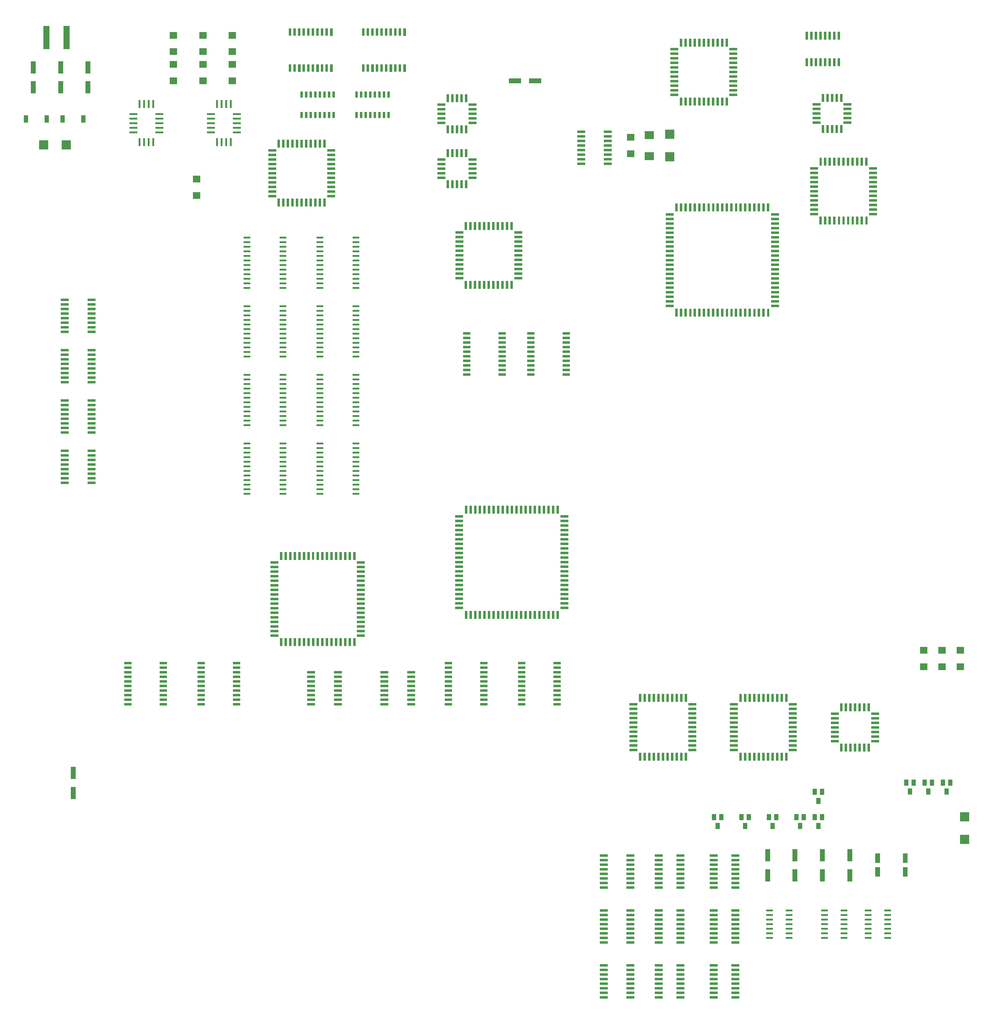
<source format=gbr>
%FSLAX34Y34*%
%MOMM*%
%LNSMDMASK_TOP*%
G71*
G01*
%ADD10R,0.640X2.200*%
%ADD11R,2.200X0.640*%
%ADD12R,0.600X2.200*%
%ADD13R,2.200X0.600*%
%ADD14R,3.400X1.400*%
%ADD15R,1.400X3.400*%
%ADD16R,2.200X0.700*%
%ADD17R,1.950X0.600*%
%ADD18R,1.200X1.700*%
%ADD19R,2.600X2.600*%
%ADD20R,1.300X2.100*%
%ADD21R,2.150X0.700*%
%ADD22R,1.900X0.600*%
%ADD23R,0.700X2.200*%
%ADD24R,0.700X1.800*%
%ADD25R,0.700X2.150*%
%ADD26R,2.150X1.850*%
%ADD27R,1.800X6.500*%
%ADD28R,2.550X2.300*%
%LPD*%
X869950Y-683496D02*
G54D10*
D03*
X882650Y-683496D02*
G54D10*
D03*
X895350Y-683496D02*
G54D10*
D03*
X908050Y-683496D02*
G54D10*
D03*
X920751Y-683496D02*
G54D10*
D03*
X933451Y-683496D02*
G54D10*
D03*
X951745Y-665201D02*
G54D11*
D03*
X951745Y-652500D02*
G54D11*
D03*
X951745Y-639800D02*
G54D11*
D03*
X951745Y-627100D02*
G54D11*
D03*
X951745Y-614400D02*
G54D11*
D03*
X951745Y-601700D02*
G54D11*
D03*
X951745Y-589000D02*
G54D11*
D03*
X951745Y-576300D02*
G54D11*
D03*
X951745Y-563600D02*
G54D11*
D03*
X951745Y-550900D02*
G54D11*
D03*
X951745Y-538200D02*
G54D11*
D03*
X933451Y-519906D02*
G54D10*
D03*
X920751Y-519906D02*
G54D10*
D03*
X908050Y-519906D02*
G54D10*
D03*
X895350Y-519906D02*
G54D10*
D03*
X882650Y-519906D02*
G54D10*
D03*
X869950Y-519906D02*
G54D10*
D03*
X857250Y-519906D02*
G54D10*
D03*
X844550Y-519906D02*
G54D10*
D03*
X831850Y-519906D02*
G54D10*
D03*
X819150Y-519906D02*
G54D10*
D03*
X806450Y-519906D02*
G54D10*
D03*
X788156Y-538200D02*
G54D11*
D03*
X788156Y-550900D02*
G54D11*
D03*
X788156Y-563600D02*
G54D11*
D03*
X788156Y-576300D02*
G54D11*
D03*
X788156Y-589000D02*
G54D11*
D03*
X788156Y-601700D02*
G54D11*
D03*
X788156Y-614400D02*
G54D11*
D03*
X788156Y-627100D02*
G54D11*
D03*
X788156Y-639800D02*
G54D11*
D03*
X788156Y-652500D02*
G54D11*
D03*
X788156Y-665201D02*
G54D11*
D03*
X806450Y-683496D02*
G54D10*
D03*
X819150Y-683496D02*
G54D10*
D03*
X831850Y-683496D02*
G54D10*
D03*
X844550Y-683496D02*
G54D10*
D03*
X857250Y-683496D02*
G54D10*
D03*
X647600Y-409972D02*
G54D12*
D03*
X635000Y-409972D02*
G54D12*
D03*
X618000Y-437572D02*
G54D13*
D03*
X618000Y-450272D02*
G54D13*
D03*
X618000Y-462972D02*
G54D13*
D03*
X618000Y-475672D02*
G54D13*
D03*
X618000Y-488372D02*
G54D13*
D03*
X635000Y-515972D02*
G54D12*
D03*
X647600Y-515972D02*
G54D12*
D03*
X660400Y-515972D02*
G54D12*
D03*
X673000Y-515972D02*
G54D12*
D03*
X690000Y-488372D02*
G54D13*
D03*
X690000Y-475672D02*
G54D13*
D03*
X690000Y-462972D02*
G54D13*
D03*
X690000Y-450272D02*
G54D13*
D03*
X690000Y-437572D02*
G54D13*
D03*
X673000Y-409972D02*
G54D12*
D03*
X660400Y-409972D02*
G54D12*
D03*
X432494Y-409972D02*
G54D12*
D03*
X419894Y-409972D02*
G54D12*
D03*
X402894Y-437572D02*
G54D13*
D03*
X402894Y-450272D02*
G54D13*
D03*
X402894Y-462972D02*
G54D13*
D03*
X402894Y-475672D02*
G54D13*
D03*
X402894Y-488372D02*
G54D13*
D03*
X419894Y-515972D02*
G54D12*
D03*
X432494Y-515972D02*
G54D12*
D03*
X445294Y-515972D02*
G54D12*
D03*
X457894Y-515972D02*
G54D12*
D03*
X474894Y-488372D02*
G54D13*
D03*
X474894Y-475672D02*
G54D13*
D03*
X474894Y-462972D02*
G54D13*
D03*
X474894Y-450272D02*
G54D13*
D03*
X474894Y-437572D02*
G54D13*
D03*
X457894Y-409972D02*
G54D12*
D03*
X445294Y-409972D02*
G54D12*
D03*
X1470858Y-829904D02*
G54D11*
D03*
X1470858Y-817204D02*
G54D11*
D03*
X1470858Y-804504D02*
G54D11*
D03*
X1470858Y-791804D02*
G54D11*
D03*
X1470858Y-779103D02*
G54D11*
D03*
X1470858Y-766403D02*
G54D11*
D03*
X1452563Y-748110D02*
G54D10*
D03*
X1439862Y-748110D02*
G54D10*
D03*
X1427162Y-748110D02*
G54D10*
D03*
X1414462Y-748110D02*
G54D10*
D03*
X1401762Y-748110D02*
G54D10*
D03*
X1389062Y-748110D02*
G54D10*
D03*
X1376362Y-748110D02*
G54D10*
D03*
X1363662Y-748110D02*
G54D10*
D03*
X1350962Y-748110D02*
G54D10*
D03*
X1338262Y-748110D02*
G54D10*
D03*
X1325562Y-748110D02*
G54D10*
D03*
X1307268Y-766403D02*
G54D11*
D03*
X1307268Y-779103D02*
G54D11*
D03*
X1307268Y-791804D02*
G54D11*
D03*
X1307268Y-804504D02*
G54D11*
D03*
X1307268Y-817204D02*
G54D11*
D03*
X1307268Y-829904D02*
G54D11*
D03*
X1307268Y-842604D02*
G54D11*
D03*
X1307268Y-855304D02*
G54D11*
D03*
X1307268Y-868004D02*
G54D11*
D03*
X1307268Y-880704D02*
G54D11*
D03*
X1307268Y-893404D02*
G54D11*
D03*
X1325562Y-911698D02*
G54D10*
D03*
X1338262Y-911698D02*
G54D10*
D03*
X1350962Y-911698D02*
G54D10*
D03*
X1363662Y-911698D02*
G54D10*
D03*
X1376362Y-911698D02*
G54D10*
D03*
X1389062Y-911698D02*
G54D10*
D03*
X1401762Y-911698D02*
G54D10*
D03*
X1414462Y-911698D02*
G54D10*
D03*
X1427162Y-911698D02*
G54D10*
D03*
X1439862Y-911698D02*
G54D10*
D03*
X1452563Y-911698D02*
G54D10*
D03*
X1470858Y-893404D02*
G54D11*
D03*
X1470858Y-880704D02*
G54D11*
D03*
X1470858Y-868004D02*
G54D11*
D03*
X1470858Y-855304D02*
G54D11*
D03*
X1470858Y-842604D02*
G54D11*
D03*
X1985566Y-239315D02*
G54D10*
D03*
X1972867Y-239315D02*
G54D10*
D03*
X1960167Y-239315D02*
G54D10*
D03*
X1947466Y-239315D02*
G54D10*
D03*
X1934766Y-239316D02*
G54D10*
D03*
X1922066Y-239316D02*
G54D10*
D03*
X1903772Y-257610D02*
G54D11*
D03*
X1903772Y-270311D02*
G54D11*
D03*
X1903772Y-283011D02*
G54D11*
D03*
X1903772Y-295711D02*
G54D11*
D03*
X1903772Y-308410D02*
G54D11*
D03*
X1903772Y-321111D02*
G54D11*
D03*
X1903772Y-333811D02*
G54D11*
D03*
X1903772Y-346511D02*
G54D11*
D03*
X1903772Y-359211D02*
G54D11*
D03*
X1903772Y-371911D02*
G54D11*
D03*
X1903772Y-384611D02*
G54D11*
D03*
X1922066Y-402905D02*
G54D10*
D03*
X1934766Y-402904D02*
G54D10*
D03*
X1947466Y-402904D02*
G54D10*
D03*
X1960167Y-402904D02*
G54D10*
D03*
X1972867Y-402904D02*
G54D10*
D03*
X1985566Y-402904D02*
G54D10*
D03*
X1998266Y-402904D02*
G54D10*
D03*
X2010966Y-402904D02*
G54D10*
D03*
X2023666Y-402904D02*
G54D10*
D03*
X2036367Y-402905D02*
G54D10*
D03*
X2049067Y-402904D02*
G54D10*
D03*
X2067360Y-384611D02*
G54D11*
D03*
X2067360Y-371911D02*
G54D11*
D03*
X2067360Y-359211D02*
G54D11*
D03*
X2067360Y-346511D02*
G54D11*
D03*
X2067360Y-333811D02*
G54D11*
D03*
X2067360Y-321111D02*
G54D11*
D03*
X2067360Y-308411D02*
G54D11*
D03*
X2067360Y-295711D02*
G54D11*
D03*
X2067360Y-283011D02*
G54D11*
D03*
X2067360Y-270311D02*
G54D11*
D03*
X2067360Y-257610D02*
G54D11*
D03*
X2049067Y-239316D02*
G54D10*
D03*
X2036366Y-239315D02*
G54D10*
D03*
X2023667Y-239315D02*
G54D10*
D03*
X2010966Y-239315D02*
G54D10*
D03*
X1998266Y-239315D02*
G54D10*
D03*
X2454711Y-651708D02*
G54D11*
D03*
X2454710Y-639008D02*
G54D11*
D03*
X2454710Y-626308D02*
G54D11*
D03*
X2454711Y-613607D02*
G54D11*
D03*
X2454710Y-600907D02*
G54D11*
D03*
X2454710Y-588206D02*
G54D11*
D03*
X2436415Y-569913D02*
G54D10*
D03*
X2423714Y-569913D02*
G54D10*
D03*
X2411015Y-569913D02*
G54D10*
D03*
X2398315Y-569912D02*
G54D10*
D03*
X2385615Y-569912D02*
G54D10*
D03*
X2372915Y-569912D02*
G54D10*
D03*
X2360215Y-569913D02*
G54D10*
D03*
X2347515Y-569913D02*
G54D10*
D03*
X2334815Y-569913D02*
G54D10*
D03*
X2322114Y-569913D02*
G54D10*
D03*
G36*
X2306214Y-558913D02*
X2312614Y-558913D01*
X2312616Y-580913D01*
X2306216Y-580913D01*
X2306214Y-558913D01*
G37*
X2291121Y-588207D02*
G54D11*
D03*
X2291121Y-600906D02*
G54D11*
D03*
X2291121Y-613607D02*
G54D11*
D03*
X2291121Y-626308D02*
G54D11*
D03*
X2291121Y-639008D02*
G54D11*
D03*
X2291121Y-651708D02*
G54D11*
D03*
X2291121Y-664408D02*
G54D11*
D03*
X2291121Y-677108D02*
G54D11*
D03*
X2291121Y-689808D02*
G54D11*
D03*
X2291121Y-702508D02*
G54D11*
D03*
X2291121Y-715208D02*
G54D11*
D03*
X2309415Y-733502D02*
G54D10*
D03*
X2322115Y-733502D02*
G54D10*
D03*
X2334815Y-733502D02*
G54D10*
D03*
X2347514Y-733502D02*
G54D10*
D03*
G36*
X2357013Y-722502D02*
X2363413Y-722502D01*
X2363416Y-744502D01*
X2357016Y-744502D01*
X2357013Y-722502D01*
G37*
G36*
X2369713Y-722502D02*
X2376113Y-722502D01*
X2376116Y-744502D01*
X2369716Y-744502D01*
X2369713Y-722502D01*
G37*
G36*
X2382413Y-722502D02*
X2388813Y-722502D01*
X2388816Y-744502D01*
X2382416Y-744502D01*
X2382413Y-722502D01*
G37*
G36*
X2395113Y-722502D02*
X2401513Y-722502D01*
X2401517Y-744502D01*
X2395117Y-744502D01*
X2395113Y-722502D01*
G37*
X2411015Y-733502D02*
G54D10*
D03*
X2423715Y-733502D02*
G54D10*
D03*
G36*
X2433214Y-722502D02*
X2439614Y-722500D01*
X2439617Y-744500D01*
X2433217Y-744502D01*
X2433214Y-722502D01*
G37*
X2454710Y-715208D02*
G54D11*
D03*
X2454710Y-702508D02*
G54D11*
D03*
X2454711Y-689808D02*
G54D11*
D03*
X2454711Y-677108D02*
G54D11*
D03*
X2454710Y-664408D02*
G54D11*
D03*
X2297906Y-436166D02*
G54D11*
D03*
X2297906Y-448866D02*
G54D11*
D03*
X2297906Y-461566D02*
G54D11*
D03*
X2315506Y-479166D02*
G54D10*
D03*
X2328206Y-479166D02*
G54D10*
D03*
X2340906Y-479166D02*
G54D10*
D03*
X2353606Y-479166D02*
G54D10*
D03*
X2366306Y-479166D02*
G54D10*
D03*
X2383906Y-461566D02*
G54D11*
D03*
X2383906Y-448866D02*
G54D11*
D03*
X2383906Y-436166D02*
G54D11*
D03*
X2383906Y-423466D02*
G54D11*
D03*
X2383906Y-410766D02*
G54D11*
D03*
X2366306Y-393166D02*
G54D10*
D03*
X2353606Y-393166D02*
G54D10*
D03*
X2340906Y-393166D02*
G54D10*
D03*
X2328206Y-393166D02*
G54D10*
D03*
X2315506Y-393166D02*
G54D10*
D03*
X2297906Y-410766D02*
G54D11*
D03*
X2297906Y-423466D02*
G54D11*
D03*
X1300560Y-546100D02*
G54D10*
D03*
X1287860Y-546100D02*
G54D10*
D03*
X1275160Y-546100D02*
G54D10*
D03*
X1257560Y-563700D02*
G54D11*
D03*
X1257560Y-576400D02*
G54D11*
D03*
X1257560Y-589100D02*
G54D11*
D03*
X1257560Y-601800D02*
G54D11*
D03*
X1257560Y-614500D02*
G54D11*
D03*
X1275160Y-632100D02*
G54D10*
D03*
X1287860Y-632100D02*
G54D10*
D03*
X1300560Y-632100D02*
G54D10*
D03*
X1313260Y-632100D02*
G54D10*
D03*
X1325960Y-632100D02*
G54D10*
D03*
X1343560Y-614500D02*
G54D11*
D03*
X1343560Y-601800D02*
G54D11*
D03*
X1343560Y-589100D02*
G54D11*
D03*
X1343560Y-576400D02*
G54D11*
D03*
X1343560Y-563700D02*
G54D11*
D03*
X1325960Y-546100D02*
G54D10*
D03*
X1313260Y-546100D02*
G54D10*
D03*
X1300560Y-393700D02*
G54D10*
D03*
X1287860Y-393700D02*
G54D10*
D03*
X1275160Y-393700D02*
G54D10*
D03*
X1257560Y-411300D02*
G54D11*
D03*
X1257560Y-424000D02*
G54D11*
D03*
X1257560Y-436700D02*
G54D11*
D03*
X1257560Y-449400D02*
G54D11*
D03*
X1257560Y-462100D02*
G54D11*
D03*
X1275160Y-479700D02*
G54D10*
D03*
X1287860Y-479700D02*
G54D10*
D03*
X1300560Y-479700D02*
G54D10*
D03*
X1313260Y-479700D02*
G54D10*
D03*
X1325960Y-479700D02*
G54D10*
D03*
X1343560Y-462100D02*
G54D11*
D03*
X1343560Y-449400D02*
G54D11*
D03*
X1343560Y-436700D02*
G54D11*
D03*
X1343560Y-424000D02*
G54D11*
D03*
X1343560Y-411300D02*
G54D11*
D03*
X1325960Y-393700D02*
G54D10*
D03*
X1313260Y-393700D02*
G54D10*
D03*
X1872061Y-2057797D02*
G54D10*
D03*
X1859361Y-2057797D02*
G54D10*
D03*
X1846660Y-2057797D02*
G54D10*
D03*
X1833960Y-2057797D02*
G54D10*
D03*
X1821259Y-2057797D02*
G54D10*
D03*
X1808559Y-2057797D02*
G54D10*
D03*
X1790266Y-2076092D02*
G54D11*
D03*
X1790266Y-2088793D02*
G54D11*
D03*
X1790266Y-2101492D02*
G54D11*
D03*
X1790266Y-2114192D02*
G54D11*
D03*
X1790266Y-2126892D02*
G54D11*
D03*
X1790266Y-2139592D02*
G54D11*
D03*
X1790266Y-2152292D02*
G54D11*
D03*
X1790266Y-2164992D02*
G54D11*
D03*
X1790266Y-2177692D02*
G54D11*
D03*
X1790266Y-2190392D02*
G54D11*
D03*
X1790266Y-2203092D02*
G54D11*
D03*
X1808560Y-2221386D02*
G54D10*
D03*
X1821259Y-2221386D02*
G54D10*
D03*
X1833960Y-2221386D02*
G54D10*
D03*
X1846660Y-2221386D02*
G54D10*
D03*
X1859360Y-2221386D02*
G54D10*
D03*
X1872061Y-2221386D02*
G54D10*
D03*
X1884761Y-2221386D02*
G54D10*
D03*
X1897461Y-2221386D02*
G54D10*
D03*
X1910160Y-2221386D02*
G54D10*
D03*
X1922861Y-2221386D02*
G54D10*
D03*
X1935561Y-2221386D02*
G54D10*
D03*
X1953854Y-2203092D02*
G54D11*
D03*
X1953854Y-2190392D02*
G54D11*
D03*
X1953854Y-2177692D02*
G54D11*
D03*
X1953854Y-2164992D02*
G54D11*
D03*
X1953854Y-2152292D02*
G54D11*
D03*
X1953854Y-2139592D02*
G54D11*
D03*
X1953854Y-2126892D02*
G54D11*
D03*
X1953854Y-2114192D02*
G54D11*
D03*
X1953854Y-2101492D02*
G54D11*
D03*
X1953854Y-2088793D02*
G54D11*
D03*
X1953854Y-2076092D02*
G54D11*
D03*
X1935560Y-2057797D02*
G54D10*
D03*
X1922860Y-2057797D02*
G54D10*
D03*
X1910160Y-2057797D02*
G54D10*
D03*
X1897460Y-2057797D02*
G54D10*
D03*
X1884760Y-2057797D02*
G54D10*
D03*
X2150666Y-2057797D02*
G54D10*
D03*
X2137967Y-2057797D02*
G54D10*
D03*
X2125266Y-2057797D02*
G54D10*
D03*
X2112566Y-2057796D02*
G54D10*
D03*
X2099865Y-2057797D02*
G54D10*
D03*
X2087166Y-2057797D02*
G54D10*
D03*
X2068872Y-2076092D02*
G54D11*
D03*
X2068872Y-2088791D02*
G54D11*
D03*
X2068872Y-2101492D02*
G54D11*
D03*
X2068872Y-2114192D02*
G54D11*
D03*
X2068872Y-2126892D02*
G54D11*
D03*
X2068872Y-2139592D02*
G54D11*
D03*
X2068872Y-2152292D02*
G54D11*
D03*
X2068872Y-2164992D02*
G54D11*
D03*
X2068872Y-2177692D02*
G54D11*
D03*
X2068872Y-2190392D02*
G54D11*
D03*
X2068872Y-2203092D02*
G54D11*
D03*
X2087166Y-2221386D02*
G54D10*
D03*
X2099865Y-2221386D02*
G54D10*
D03*
X2112566Y-2221386D02*
G54D10*
D03*
X2125267Y-2221386D02*
G54D10*
D03*
X2137967Y-2221386D02*
G54D10*
D03*
X2150667Y-2221386D02*
G54D10*
D03*
X2163367Y-2221386D02*
G54D10*
D03*
X2176067Y-2221386D02*
G54D10*
D03*
X2188766Y-2221386D02*
G54D10*
D03*
X2201467Y-2221386D02*
G54D10*
D03*
X2214168Y-2221386D02*
G54D10*
D03*
X2232462Y-2203092D02*
G54D11*
D03*
X2232462Y-2190392D02*
G54D11*
D03*
X2232463Y-2177692D02*
G54D11*
D03*
X2232462Y-2164992D02*
G54D11*
D03*
X2232462Y-2152292D02*
G54D11*
D03*
X2232462Y-2139592D02*
G54D11*
D03*
X2232462Y-2126892D02*
G54D11*
D03*
X2232462Y-2114192D02*
G54D11*
D03*
X2232462Y-2101492D02*
G54D11*
D03*
X2232462Y-2088791D02*
G54D11*
D03*
X2232462Y-2076092D02*
G54D11*
D03*
X2214167Y-2057797D02*
G54D10*
D03*
X2201466Y-2057797D02*
G54D10*
D03*
X2188766Y-2057797D02*
G54D10*
D03*
X2176067Y-2057797D02*
G54D10*
D03*
X2163366Y-2057797D02*
G54D10*
D03*
X2404666Y-2084386D02*
G54D10*
D03*
X2391966Y-2084386D02*
G54D10*
D03*
X2379266Y-2084386D02*
G54D10*
D03*
X2366566Y-2084386D02*
G54D10*
D03*
X2348666Y-2102285D02*
G54D11*
D03*
X2348666Y-2114985D02*
G54D11*
D03*
X2348666Y-2127685D02*
G54D11*
D03*
X2348666Y-2140385D02*
G54D11*
D03*
X2348666Y-2153085D02*
G54D11*
D03*
X2348666Y-2165785D02*
G54D11*
D03*
X2348666Y-2178485D02*
G54D11*
D03*
X2366566Y-2196385D02*
G54D10*
D03*
X2379266Y-2196385D02*
G54D10*
D03*
X2391966Y-2196385D02*
G54D10*
D03*
X2404666Y-2196385D02*
G54D10*
D03*
X2417366Y-2196385D02*
G54D10*
D03*
X2430066Y-2196385D02*
G54D10*
D03*
X2442766Y-2196385D02*
G54D10*
D03*
X2460666Y-2178485D02*
G54D11*
D03*
X2460666Y-2165785D02*
G54D11*
D03*
X2460666Y-2153085D02*
G54D11*
D03*
X2460666Y-2140385D02*
G54D11*
D03*
X2460666Y-2127685D02*
G54D11*
D03*
X2460666Y-2114985D02*
G54D11*
D03*
X2460666Y-2102285D02*
G54D11*
D03*
X2442766Y-2084386D02*
G54D10*
D03*
X2430066Y-2084386D02*
G54D10*
D03*
X2417366Y-2084386D02*
G54D10*
D03*
X1452960Y-1827890D02*
G54D10*
D03*
X1465660Y-1827890D02*
G54D10*
D03*
X1478360Y-1827890D02*
G54D10*
D03*
X1491060Y-1827890D02*
G54D10*
D03*
X1503760Y-1827890D02*
G54D10*
D03*
X1516460Y-1827890D02*
G54D10*
D03*
X1529160Y-1827890D02*
G54D10*
D03*
X1541860Y-1827890D02*
G54D10*
D03*
X1554560Y-1827890D02*
G54D10*
D03*
X1567260Y-1827890D02*
G54D10*
D03*
X1579960Y-1827890D02*
G54D10*
D03*
X1599150Y-1808700D02*
G54D11*
D03*
X1599150Y-1796000D02*
G54D11*
D03*
X1599150Y-1783300D02*
G54D11*
D03*
X1599150Y-1770600D02*
G54D11*
D03*
X1599150Y-1757900D02*
G54D11*
D03*
X1599150Y-1745200D02*
G54D11*
D03*
X1599150Y-1732500D02*
G54D11*
D03*
X1599150Y-1719800D02*
G54D11*
D03*
X1599150Y-1707100D02*
G54D11*
D03*
X1599150Y-1694400D02*
G54D11*
D03*
X1599150Y-1681700D02*
G54D11*
D03*
X1599150Y-1669000D02*
G54D11*
D03*
X1599150Y-1656300D02*
G54D11*
D03*
X1599150Y-1643600D02*
G54D11*
D03*
X1599150Y-1630900D02*
G54D11*
D03*
X1599150Y-1618200D02*
G54D11*
D03*
X1599150Y-1605500D02*
G54D11*
D03*
X1599150Y-1592800D02*
G54D11*
D03*
X1599150Y-1580100D02*
G54D11*
D03*
X1599150Y-1567400D02*
G54D11*
D03*
X1599150Y-1554700D02*
G54D11*
D03*
X1579960Y-1535509D02*
G54D10*
D03*
X1567260Y-1535509D02*
G54D10*
D03*
G36*
X1551358Y-1524510D02*
X1557758Y-1524508D01*
X1557762Y-1546508D01*
X1551362Y-1546510D01*
X1551358Y-1524510D01*
G37*
G36*
X1538658Y-1524510D02*
X1545058Y-1524508D01*
X1545062Y-1546508D01*
X1538662Y-1546510D01*
X1538658Y-1524510D01*
G37*
X1529160Y-1535509D02*
G54D10*
D03*
X1516460Y-1535509D02*
G54D10*
D03*
X1503760Y-1535509D02*
G54D10*
D03*
X1491060Y-1535509D02*
G54D10*
D03*
X1478360Y-1535509D02*
G54D10*
D03*
X1465660Y-1535509D02*
G54D10*
D03*
X1452960Y-1535509D02*
G54D10*
D03*
G36*
X1437058Y-1524510D02*
X1443458Y-1524508D01*
X1443462Y-1546508D01*
X1437062Y-1546510D01*
X1437058Y-1524510D01*
G37*
X1427560Y-1535509D02*
G54D10*
D03*
X1414860Y-1535509D02*
G54D10*
D03*
X1402160Y-1535509D02*
G54D10*
D03*
X1389460Y-1535509D02*
G54D10*
D03*
X1376760Y-1535509D02*
G54D10*
D03*
X1364060Y-1535509D02*
G54D10*
D03*
X1351360Y-1535509D02*
G54D10*
D03*
X1338660Y-1535509D02*
G54D10*
D03*
X1325960Y-1535509D02*
G54D10*
D03*
X1306769Y-1554700D02*
G54D11*
D03*
X1306769Y-1567400D02*
G54D11*
D03*
X1306769Y-1580100D02*
G54D11*
D03*
X1306769Y-1592800D02*
G54D11*
D03*
X1306769Y-1605500D02*
G54D11*
D03*
X1306769Y-1618200D02*
G54D11*
D03*
X1306769Y-1630900D02*
G54D11*
D03*
X1306769Y-1643600D02*
G54D11*
D03*
X1306769Y-1656300D02*
G54D11*
D03*
X1306769Y-1669000D02*
G54D11*
D03*
X1306769Y-1681700D02*
G54D11*
D03*
X1306769Y-1694400D02*
G54D11*
D03*
X1306769Y-1707100D02*
G54D11*
D03*
X1306769Y-1719800D02*
G54D11*
D03*
X1306769Y-1732500D02*
G54D11*
D03*
X1306769Y-1745200D02*
G54D11*
D03*
X1306769Y-1757900D02*
G54D11*
D03*
X1306769Y-1770600D02*
G54D11*
D03*
X1306769Y-1783300D02*
G54D11*
D03*
X1306769Y-1796000D02*
G54D11*
D03*
X1306769Y-1808700D02*
G54D11*
D03*
X1325960Y-1827890D02*
G54D10*
D03*
X1338660Y-1827890D02*
G54D10*
D03*
X1351360Y-1827890D02*
G54D10*
D03*
X1364060Y-1827890D02*
G54D10*
D03*
G36*
X1373558Y-1816890D02*
X1379958Y-1816890D01*
X1379961Y-1838890D01*
X1373561Y-1838890D01*
X1373558Y-1816890D01*
G37*
G36*
X1386258Y-1816890D02*
X1392658Y-1816890D01*
X1392662Y-1838890D01*
X1386262Y-1838890D01*
X1386258Y-1816890D01*
G37*
X1402160Y-1827890D02*
G54D10*
D03*
X1414860Y-1827890D02*
G54D10*
D03*
X1427560Y-1827890D02*
G54D10*
D03*
X1440260Y-1827890D02*
G54D10*
D03*
X2182954Y-843103D02*
G54D11*
D03*
X2182954Y-830403D02*
G54D11*
D03*
X2182954Y-817702D02*
G54D11*
D03*
X2182954Y-805002D02*
G54D11*
D03*
X2182954Y-792302D02*
G54D11*
D03*
X2182954Y-779602D02*
G54D11*
D03*
X2182954Y-766902D02*
G54D11*
D03*
X2182954Y-754202D02*
G54D11*
D03*
X2182954Y-741502D02*
G54D11*
D03*
X2182954Y-728802D02*
G54D11*
D03*
X2182954Y-716102D02*
G54D11*
D03*
X2163764Y-696912D02*
G54D10*
D03*
X2151064Y-696912D02*
G54D10*
D03*
X2138364Y-696912D02*
G54D10*
D03*
X2125664Y-696912D02*
G54D10*
D03*
X2112964Y-696912D02*
G54D10*
D03*
X2100264Y-696912D02*
G54D10*
D03*
X2087564Y-696912D02*
G54D10*
D03*
G36*
X2071663Y-685912D02*
X2078063Y-685912D01*
X2078065Y-707912D01*
X2071665Y-707912D01*
X2071663Y-685912D01*
G37*
X2062164Y-696912D02*
G54D10*
D03*
X2049464Y-696912D02*
G54D10*
D03*
X2036764Y-696911D02*
G54D10*
D03*
X2024064Y-696911D02*
G54D10*
D03*
G36*
X2008163Y-685912D02*
X2014563Y-685912D01*
X2014565Y-707912D01*
X2008165Y-707912D01*
X2008163Y-685912D01*
G37*
G36*
X1995463Y-685912D02*
X2001863Y-685912D01*
X2001865Y-707912D01*
X1995465Y-707912D01*
X1995463Y-685912D01*
G37*
X1985964Y-696911D02*
G54D10*
D03*
X1973264Y-696912D02*
G54D10*
D03*
X1960564Y-696912D02*
G54D10*
D03*
X1947864Y-696912D02*
G54D10*
D03*
X1935164Y-696912D02*
G54D10*
D03*
X1922464Y-696912D02*
G54D10*
D03*
X1909764Y-696912D02*
G54D10*
D03*
X1890574Y-716102D02*
G54D11*
D03*
X1890574Y-728802D02*
G54D11*
D03*
X1890574Y-741502D02*
G54D11*
D03*
X1890574Y-754201D02*
G54D11*
D03*
X1890574Y-766902D02*
G54D11*
D03*
X1890574Y-779602D02*
G54D11*
D03*
X1890574Y-792302D02*
G54D11*
D03*
X1890574Y-805002D02*
G54D11*
D03*
X1890574Y-817702D02*
G54D11*
D03*
X1890574Y-830403D02*
G54D11*
D03*
X1890574Y-843103D02*
G54D11*
D03*
X1890574Y-855803D02*
G54D11*
D03*
X1890574Y-868503D02*
G54D11*
D03*
X1890574Y-881203D02*
G54D11*
D03*
X1890574Y-893904D02*
G54D11*
D03*
X1890574Y-906604D02*
G54D11*
D03*
X1890574Y-919303D02*
G54D11*
D03*
X1890574Y-932004D02*
G54D11*
D03*
X1890574Y-944704D02*
G54D11*
D03*
X1890574Y-957404D02*
G54D11*
D03*
X1890574Y-970104D02*
G54D11*
D03*
X1909764Y-989295D02*
G54D10*
D03*
X1922464Y-989295D02*
G54D10*
D03*
X1935164Y-989295D02*
G54D10*
D03*
G36*
X1944662Y-978296D02*
X1951062Y-978294D01*
X1951066Y-1000294D01*
X1944666Y-1000296D01*
X1944662Y-978296D01*
G37*
X1960564Y-989295D02*
G54D10*
D03*
X1973264Y-989295D02*
G54D10*
D03*
X1985964Y-989295D02*
G54D10*
D03*
X1998664Y-989294D02*
G54D10*
D03*
X2011364Y-989294D02*
G54D10*
D03*
X2024064Y-989294D02*
G54D10*
D03*
X2036764Y-989294D02*
G54D10*
D03*
G36*
X2046262Y-978296D02*
X2052662Y-978294D01*
X2052666Y-1000294D01*
X2046266Y-1000296D01*
X2046262Y-978296D01*
G37*
G36*
X2058962Y-978296D02*
X2065362Y-978294D01*
X2065366Y-1000294D01*
X2058966Y-1000296D01*
X2058962Y-978296D01*
G37*
X2074864Y-989295D02*
G54D10*
D03*
X2087564Y-989295D02*
G54D10*
D03*
X2100264Y-989295D02*
G54D10*
D03*
X2112964Y-989295D02*
G54D10*
D03*
G36*
X2122462Y-978296D02*
X2128862Y-978294D01*
X2128866Y-1000294D01*
X2122466Y-1000296D01*
X2122462Y-978296D01*
G37*
X2138364Y-989295D02*
G54D10*
D03*
X2151064Y-989295D02*
G54D10*
D03*
G36*
X2160562Y-978296D02*
X2166962Y-978294D01*
X2166965Y-1000294D01*
X2160565Y-1000296D01*
X2160562Y-978296D01*
G37*
X2182954Y-970104D02*
G54D11*
D03*
X2182954Y-957403D02*
G54D11*
D03*
X2182954Y-944704D02*
G54D11*
D03*
X2182954Y-932004D02*
G54D11*
D03*
X2182954Y-919303D02*
G54D11*
D03*
X2182954Y-906604D02*
G54D11*
D03*
X2182954Y-893903D02*
G54D11*
D03*
X2182954Y-881203D02*
G54D11*
D03*
X2182954Y-868503D02*
G54D11*
D03*
X2182954Y-855803D02*
G54D11*
D03*
X1034194Y-1783891D02*
G54D11*
D03*
X1034194Y-1771191D02*
G54D11*
D03*
X1034194Y-1758492D02*
G54D11*
D03*
X1034194Y-1745791D02*
G54D11*
D03*
X1034194Y-1733091D02*
G54D11*
D03*
X1034194Y-1720391D02*
G54D11*
D03*
X1034194Y-1707691D02*
G54D11*
D03*
X1034194Y-1694991D02*
G54D11*
D03*
X1034194Y-1682291D02*
G54D11*
D03*
X1016000Y-1664098D02*
G54D10*
D03*
X1003300Y-1664098D02*
G54D10*
D03*
X990600Y-1664098D02*
G54D10*
D03*
X977900Y-1664098D02*
G54D10*
D03*
X965200Y-1664098D02*
G54D10*
D03*
X952500Y-1664098D02*
G54D10*
D03*
X939800Y-1664098D02*
G54D10*
D03*
X927100Y-1664098D02*
G54D10*
D03*
X914400Y-1664098D02*
G54D10*
D03*
G36*
X898498Y-1653098D02*
X904898Y-1653098D01*
X904901Y-1675098D01*
X898502Y-1675098D01*
X898498Y-1653098D01*
G37*
X889000Y-1664098D02*
G54D10*
D03*
X876300Y-1664098D02*
G54D10*
D03*
X863600Y-1664098D02*
G54D10*
D03*
X850900Y-1664098D02*
G54D10*
D03*
X838200Y-1664098D02*
G54D10*
D03*
X825500Y-1664098D02*
G54D10*
D03*
X812800Y-1664098D02*
G54D10*
D03*
X794606Y-1682291D02*
G54D11*
D03*
X794606Y-1694991D02*
G54D11*
D03*
X794606Y-1707691D02*
G54D11*
D03*
X794606Y-1720391D02*
G54D11*
D03*
X794606Y-1733091D02*
G54D11*
D03*
X794606Y-1745791D02*
G54D11*
D03*
X794606Y-1758491D02*
G54D11*
D03*
X794606Y-1771191D02*
G54D11*
D03*
X794606Y-1783891D02*
G54D11*
D03*
X794606Y-1796591D02*
G54D11*
D03*
X794606Y-1809292D02*
G54D11*
D03*
X794606Y-1821991D02*
G54D11*
D03*
X794606Y-1834691D02*
G54D11*
D03*
X794606Y-1847391D02*
G54D11*
D03*
X794606Y-1860091D02*
G54D11*
D03*
X794606Y-1872791D02*
G54D11*
D03*
X794606Y-1885491D02*
G54D11*
D03*
X812800Y-1903685D02*
G54D10*
D03*
X825500Y-1903685D02*
G54D10*
D03*
X838200Y-1903685D02*
G54D10*
D03*
X850900Y-1903685D02*
G54D10*
D03*
X863600Y-1903685D02*
G54D10*
D03*
X876300Y-1903685D02*
G54D10*
D03*
X889000Y-1903685D02*
G54D10*
D03*
X901700Y-1903685D02*
G54D10*
D03*
X914400Y-1903685D02*
G54D10*
D03*
X927100Y-1903685D02*
G54D10*
D03*
X939800Y-1903685D02*
G54D10*
D03*
X952500Y-1903685D02*
G54D10*
D03*
X965200Y-1903685D02*
G54D10*
D03*
X977900Y-1903685D02*
G54D10*
D03*
X990600Y-1903685D02*
G54D10*
D03*
X1003300Y-1903685D02*
G54D10*
D03*
X1016000Y-1903685D02*
G54D10*
D03*
X1034194Y-1885492D02*
G54D11*
D03*
X1034194Y-1872792D02*
G54D11*
D03*
X1034194Y-1860091D02*
G54D11*
D03*
X1034194Y-1847392D02*
G54D11*
D03*
X1034194Y-1834691D02*
G54D11*
D03*
X1034194Y-1821991D02*
G54D11*
D03*
X1034194Y-1809291D02*
G54D11*
D03*
X1034194Y-1796591D02*
G54D11*
D03*
X1461959Y-344996D02*
G54D14*
D03*
X1517521Y-344996D02*
G54D14*
D03*
X277104Y-307790D02*
G54D15*
D03*
X277104Y-363352D02*
G54D15*
D03*
X201698Y-307790D02*
G54D15*
D03*
X201698Y-363352D02*
G54D15*
D03*
X125498Y-307790D02*
G54D15*
D03*
X125498Y-363352D02*
G54D15*
D03*
X1707753Y-2495550D02*
G54D16*
D03*
X1707753Y-2508250D02*
G54D16*
D03*
X1707753Y-2520950D02*
G54D16*
D03*
X1707753Y-2533650D02*
G54D16*
D03*
X1707753Y-2546350D02*
G54D16*
D03*
X1707753Y-2559050D02*
G54D16*
D03*
X1707753Y-2571750D02*
G54D16*
D03*
X1707753Y-2584450D02*
G54D16*
D03*
X1781753Y-2584450D02*
G54D16*
D03*
X1781753Y-2571750D02*
G54D16*
D03*
X1781753Y-2559050D02*
G54D16*
D03*
X1781753Y-2546350D02*
G54D16*
D03*
X1781753Y-2533650D02*
G54D16*
D03*
X1781753Y-2520950D02*
G54D16*
D03*
X1781753Y-2508250D02*
G54D16*
D03*
X1781753Y-2495550D02*
G54D16*
D03*
X1860153Y-2495550D02*
G54D16*
D03*
X1860153Y-2508250D02*
G54D16*
D03*
X1860153Y-2520950D02*
G54D16*
D03*
X1860153Y-2533650D02*
G54D16*
D03*
X1860153Y-2546350D02*
G54D16*
D03*
X1860153Y-2559050D02*
G54D16*
D03*
X1860153Y-2571750D02*
G54D16*
D03*
X1860153Y-2584450D02*
G54D16*
D03*
X1920659Y-2584450D02*
G54D16*
D03*
X1920659Y-2571750D02*
G54D16*
D03*
X1920659Y-2559050D02*
G54D16*
D03*
X1920659Y-2546350D02*
G54D16*
D03*
X1920659Y-2533650D02*
G54D16*
D03*
X1920659Y-2520950D02*
G54D16*
D03*
X1920659Y-2508250D02*
G54D16*
D03*
X1920659Y-2495550D02*
G54D16*
D03*
X2012553Y-2495550D02*
G54D16*
D03*
X2012553Y-2508250D02*
G54D16*
D03*
X2012553Y-2520950D02*
G54D16*
D03*
X2012553Y-2533650D02*
G54D16*
D03*
X2012553Y-2546350D02*
G54D16*
D03*
X2012553Y-2559050D02*
G54D16*
D03*
X2012553Y-2571750D02*
G54D16*
D03*
X2012553Y-2584450D02*
G54D16*
D03*
X2073059Y-2584450D02*
G54D16*
D03*
X2073059Y-2571750D02*
G54D16*
D03*
X2073059Y-2559050D02*
G54D16*
D03*
X2073059Y-2546350D02*
G54D16*
D03*
X2073059Y-2533650D02*
G54D16*
D03*
X2073059Y-2520950D02*
G54D16*
D03*
X2073059Y-2508250D02*
G54D16*
D03*
X2073059Y-2495550D02*
G54D16*
D03*
X1707753Y-2648347D02*
G54D16*
D03*
X1707753Y-2661047D02*
G54D16*
D03*
X1707753Y-2673747D02*
G54D16*
D03*
X1707753Y-2686447D02*
G54D16*
D03*
X1707753Y-2699147D02*
G54D16*
D03*
X1707753Y-2711847D02*
G54D16*
D03*
X1707753Y-2724547D02*
G54D16*
D03*
X1707753Y-2737247D02*
G54D16*
D03*
X1781753Y-2737247D02*
G54D16*
D03*
X1781753Y-2724547D02*
G54D16*
D03*
X1781753Y-2711847D02*
G54D16*
D03*
X1781753Y-2699147D02*
G54D16*
D03*
X1781753Y-2686447D02*
G54D16*
D03*
X1781753Y-2673747D02*
G54D16*
D03*
X1781753Y-2661047D02*
G54D16*
D03*
X1781753Y-2648347D02*
G54D16*
D03*
X1860153Y-2648347D02*
G54D16*
D03*
X1860153Y-2661047D02*
G54D16*
D03*
X1860153Y-2673747D02*
G54D16*
D03*
X1860153Y-2686447D02*
G54D16*
D03*
X1860153Y-2699147D02*
G54D16*
D03*
X1860153Y-2711847D02*
G54D16*
D03*
X1860153Y-2724547D02*
G54D16*
D03*
X1860153Y-2737247D02*
G54D16*
D03*
X1920659Y-2737247D02*
G54D16*
D03*
X1920659Y-2724547D02*
G54D16*
D03*
X1920659Y-2711847D02*
G54D16*
D03*
X1920659Y-2699147D02*
G54D16*
D03*
X1920659Y-2686447D02*
G54D16*
D03*
X1920659Y-2673747D02*
G54D16*
D03*
X1920659Y-2661047D02*
G54D16*
D03*
X1920659Y-2648347D02*
G54D16*
D03*
X2012553Y-2648347D02*
G54D16*
D03*
X2012553Y-2661047D02*
G54D16*
D03*
X2012553Y-2673747D02*
G54D16*
D03*
X2012553Y-2686447D02*
G54D16*
D03*
X2012553Y-2699147D02*
G54D16*
D03*
X2012553Y-2711847D02*
G54D16*
D03*
X2012553Y-2724547D02*
G54D16*
D03*
X2012553Y-2737247D02*
G54D16*
D03*
X2073059Y-2737247D02*
G54D16*
D03*
X2073059Y-2724547D02*
G54D16*
D03*
X2073059Y-2711847D02*
G54D16*
D03*
X2073059Y-2699147D02*
G54D16*
D03*
X2073059Y-2686447D02*
G54D16*
D03*
X2073059Y-2673747D02*
G54D16*
D03*
X2073059Y-2661047D02*
G54D16*
D03*
X2073059Y-2648347D02*
G54D16*
D03*
X1707753Y-2800747D02*
G54D16*
D03*
X1707753Y-2813447D02*
G54D16*
D03*
X1707753Y-2826147D02*
G54D16*
D03*
X1707753Y-2838847D02*
G54D16*
D03*
X1707753Y-2851547D02*
G54D16*
D03*
X1707753Y-2864247D02*
G54D16*
D03*
X1707753Y-2876947D02*
G54D16*
D03*
X1707753Y-2889647D02*
G54D16*
D03*
X1781753Y-2889647D02*
G54D16*
D03*
X1781753Y-2876947D02*
G54D16*
D03*
X1781753Y-2864247D02*
G54D16*
D03*
X1781753Y-2851547D02*
G54D16*
D03*
X1781753Y-2838847D02*
G54D16*
D03*
X1781753Y-2826147D02*
G54D16*
D03*
X1781753Y-2813447D02*
G54D16*
D03*
X1781753Y-2800747D02*
G54D16*
D03*
X1860153Y-2800747D02*
G54D16*
D03*
X1860153Y-2813447D02*
G54D16*
D03*
X1860153Y-2826147D02*
G54D16*
D03*
X1860153Y-2838847D02*
G54D16*
D03*
X1860153Y-2851547D02*
G54D16*
D03*
X1860153Y-2864247D02*
G54D16*
D03*
X1860153Y-2876947D02*
G54D16*
D03*
X1860153Y-2889647D02*
G54D16*
D03*
X1920660Y-2889647D02*
G54D16*
D03*
X1920660Y-2876947D02*
G54D16*
D03*
X1920660Y-2864247D02*
G54D16*
D03*
X1920660Y-2851547D02*
G54D16*
D03*
X1920660Y-2838847D02*
G54D16*
D03*
X1920660Y-2826147D02*
G54D16*
D03*
X1920660Y-2813447D02*
G54D16*
D03*
X1920660Y-2800747D02*
G54D16*
D03*
X2012556Y-2800747D02*
G54D16*
D03*
X2012556Y-2813447D02*
G54D16*
D03*
X2012556Y-2826147D02*
G54D16*
D03*
X2012556Y-2838847D02*
G54D16*
D03*
X2012556Y-2851547D02*
G54D16*
D03*
X2012556Y-2864247D02*
G54D16*
D03*
X2012556Y-2876947D02*
G54D16*
D03*
X2012556Y-2889647D02*
G54D16*
D03*
X2073062Y-2889647D02*
G54D16*
D03*
X2073062Y-2876947D02*
G54D16*
D03*
X2073062Y-2864247D02*
G54D16*
D03*
X2073062Y-2851547D02*
G54D16*
D03*
X2073062Y-2838847D02*
G54D16*
D03*
X2073062Y-2826147D02*
G54D16*
D03*
X2073062Y-2813447D02*
G54D16*
D03*
X2073062Y-2800747D02*
G54D16*
D03*
X2167934Y-2648347D02*
G54D17*
D03*
X2167934Y-2661047D02*
G54D17*
D03*
X2167934Y-2673747D02*
G54D17*
D03*
X2167934Y-2686447D02*
G54D17*
D03*
X2167934Y-2699147D02*
G54D17*
D03*
X2167934Y-2711847D02*
G54D17*
D03*
X2167934Y-2724547D02*
G54D17*
D03*
X2221942Y-2724547D02*
G54D17*
D03*
X2221942Y-2711847D02*
G54D17*
D03*
X2221942Y-2699147D02*
G54D17*
D03*
X2221942Y-2686447D02*
G54D17*
D03*
X2221942Y-2673747D02*
G54D17*
D03*
X2221942Y-2661047D02*
G54D17*
D03*
X2221942Y-2648347D02*
G54D17*
D03*
X2320334Y-2648347D02*
G54D17*
D03*
X2320334Y-2661047D02*
G54D17*
D03*
X2320334Y-2673747D02*
G54D17*
D03*
X2320334Y-2686447D02*
G54D17*
D03*
X2320334Y-2699147D02*
G54D17*
D03*
X2320334Y-2711847D02*
G54D17*
D03*
X2320334Y-2724547D02*
G54D17*
D03*
X2374342Y-2724547D02*
G54D17*
D03*
X2374342Y-2711847D02*
G54D17*
D03*
X2374342Y-2699147D02*
G54D17*
D03*
X2374342Y-2686447D02*
G54D17*
D03*
X2374342Y-2673747D02*
G54D17*
D03*
X2374342Y-2661047D02*
G54D17*
D03*
X2374342Y-2648347D02*
G54D17*
D03*
X2440984Y-2648347D02*
G54D17*
D03*
X2440984Y-2661047D02*
G54D17*
D03*
X2440984Y-2673747D02*
G54D17*
D03*
X2440984Y-2686447D02*
G54D17*
D03*
X2440984Y-2699147D02*
G54D17*
D03*
X2440984Y-2711847D02*
G54D17*
D03*
X2440984Y-2724547D02*
G54D17*
D03*
X2494992Y-2724547D02*
G54D17*
D03*
X2494992Y-2711847D02*
G54D17*
D03*
X2494992Y-2699147D02*
G54D17*
D03*
X2494992Y-2686447D02*
G54D17*
D03*
X2494992Y-2673747D02*
G54D17*
D03*
X2494992Y-2661047D02*
G54D17*
D03*
X2494992Y-2648347D02*
G54D17*
D03*
X2162953Y-2550935D02*
G54D15*
D03*
X2162953Y-2495373D02*
G54D15*
D03*
X2238360Y-2550935D02*
G54D15*
D03*
X2238360Y-2495373D02*
G54D15*
D03*
X2314560Y-2550935D02*
G54D15*
D03*
X2314560Y-2495373D02*
G54D15*
D03*
X2390760Y-2550935D02*
G54D15*
D03*
X2390760Y-2495373D02*
G54D15*
D03*
G36*
X2460806Y-2528464D02*
X2473806Y-2528464D01*
X2473808Y-2554464D01*
X2460808Y-2554464D01*
X2460806Y-2528464D01*
G37*
G36*
X2460806Y-2490364D02*
X2473806Y-2490364D01*
X2473808Y-2516364D01*
X2460808Y-2516364D01*
X2460806Y-2490364D01*
G37*
G36*
X2537426Y-2528464D02*
X2550426Y-2528464D01*
X2550428Y-2554464D01*
X2537428Y-2554464D01*
X2537426Y-2528464D01*
G37*
G36*
X2537426Y-2490364D02*
X2550426Y-2490364D01*
X2550428Y-2516364D01*
X2537428Y-2516364D01*
X2537426Y-2490364D01*
G37*
X2033661Y-2389116D02*
G54D18*
D03*
X2013662Y-2389116D02*
G54D18*
D03*
X2023662Y-2413879D02*
G54D18*
D03*
X2109861Y-2389116D02*
G54D18*
D03*
X2089862Y-2389116D02*
G54D18*
D03*
X2099862Y-2413879D02*
G54D18*
D03*
X2186061Y-2389116D02*
G54D18*
D03*
X2166062Y-2389116D02*
G54D18*
D03*
X2176062Y-2413879D02*
G54D18*
D03*
X2262261Y-2389116D02*
G54D18*
D03*
X2242262Y-2389116D02*
G54D18*
D03*
X2252262Y-2413879D02*
G54D18*
D03*
X2313061Y-2389116D02*
G54D18*
D03*
X2293062Y-2389116D02*
G54D18*
D03*
X2303062Y-2413879D02*
G54D18*
D03*
X2313061Y-2319266D02*
G54D18*
D03*
X2293062Y-2319266D02*
G54D18*
D03*
X2303062Y-2344029D02*
G54D18*
D03*
X2567061Y-2293469D02*
G54D18*
D03*
X2547062Y-2293469D02*
G54D18*
D03*
X2557062Y-2318232D02*
G54D18*
D03*
X2617861Y-2293469D02*
G54D18*
D03*
X2597862Y-2293469D02*
G54D18*
D03*
X2607862Y-2318232D02*
G54D18*
D03*
X2668661Y-2293469D02*
G54D18*
D03*
X2648662Y-2293469D02*
G54D18*
D03*
X2658662Y-2318232D02*
G54D18*
D03*
X2709068Y-2388592D02*
G54D19*
D03*
X2709068Y-2450902D02*
G54D19*
D03*
X1890712Y-493514D02*
G54D19*
D03*
X1890712Y-555824D02*
G54D19*
D03*
X216715Y-523110D02*
G54D19*
D03*
X154406Y-523110D02*
G54D19*
D03*
X206970Y-451049D02*
G54D20*
D03*
X264517Y-451049D02*
G54D20*
D03*
X105370Y-451049D02*
G54D20*
D03*
X162917Y-451049D02*
G54D20*
D03*
X1480344Y-1961753D02*
G54D21*
D03*
X1480344Y-1974453D02*
G54D21*
D03*
X1480344Y-1987153D02*
G54D21*
D03*
X1480344Y-1999853D02*
G54D21*
D03*
X1480344Y-2012553D02*
G54D21*
D03*
X1480344Y-2025252D02*
G54D21*
D03*
X1480344Y-2037952D02*
G54D21*
D03*
X1480344Y-2050652D02*
G54D21*
D03*
X1480344Y-2063351D02*
G54D21*
D03*
X1480344Y-2076050D02*
G54D21*
D03*
X1578694Y-2076050D02*
G54D21*
D03*
X1578694Y-2063351D02*
G54D21*
D03*
X1578694Y-2050652D02*
G54D21*
D03*
X1578694Y-2037952D02*
G54D21*
D03*
X1578694Y-2025252D02*
G54D21*
D03*
X1578694Y-2012553D02*
G54D21*
D03*
X1578694Y-1999853D02*
G54D21*
D03*
X1578694Y-1987153D02*
G54D21*
D03*
X1578694Y-1974453D02*
G54D21*
D03*
X1578694Y-1961753D02*
G54D21*
D03*
X1277144Y-1961753D02*
G54D21*
D03*
X1277144Y-1974453D02*
G54D21*
D03*
X1277144Y-1987153D02*
G54D21*
D03*
X1277144Y-1999853D02*
G54D21*
D03*
X1277144Y-2012553D02*
G54D21*
D03*
X1277144Y-2025252D02*
G54D21*
D03*
X1277144Y-2037952D02*
G54D21*
D03*
X1277144Y-2050652D02*
G54D21*
D03*
X1277144Y-2063351D02*
G54D21*
D03*
X1277144Y-2076050D02*
G54D21*
D03*
X1375494Y-2076050D02*
G54D21*
D03*
X1375494Y-2063351D02*
G54D21*
D03*
X1375494Y-2050652D02*
G54D21*
D03*
X1375494Y-2037952D02*
G54D21*
D03*
X1375494Y-2025252D02*
G54D21*
D03*
X1375494Y-2012553D02*
G54D21*
D03*
X1375494Y-1999853D02*
G54D21*
D03*
X1375494Y-1987153D02*
G54D21*
D03*
X1375494Y-1974453D02*
G54D21*
D03*
X1375494Y-1961753D02*
G54D21*
D03*
X1327547Y-1046162D02*
G54D21*
D03*
X1327547Y-1058862D02*
G54D21*
D03*
X1327547Y-1071562D02*
G54D21*
D03*
X1327547Y-1084262D02*
G54D21*
D03*
X1327547Y-1096962D02*
G54D21*
D03*
X1327547Y-1109662D02*
G54D21*
D03*
X1327547Y-1122361D02*
G54D21*
D03*
X1327547Y-1135061D02*
G54D21*
D03*
X1327547Y-1147761D02*
G54D21*
D03*
X1327547Y-1160460D02*
G54D21*
D03*
X1425897Y-1160460D02*
G54D21*
D03*
X1425897Y-1147761D02*
G54D21*
D03*
X1425897Y-1135061D02*
G54D21*
D03*
X1425897Y-1122361D02*
G54D21*
D03*
X1425897Y-1109662D02*
G54D21*
D03*
X1425897Y-1096962D02*
G54D21*
D03*
X1425897Y-1084262D02*
G54D21*
D03*
X1425897Y-1071562D02*
G54D21*
D03*
X1425897Y-1058862D02*
G54D21*
D03*
X1425897Y-1046162D02*
G54D21*
D03*
X1505347Y-1046162D02*
G54D21*
D03*
X1505347Y-1058862D02*
G54D21*
D03*
X1505347Y-1071562D02*
G54D21*
D03*
X1505347Y-1084262D02*
G54D21*
D03*
X1505347Y-1096962D02*
G54D21*
D03*
X1505347Y-1109662D02*
G54D21*
D03*
X1505347Y-1122361D02*
G54D21*
D03*
X1505347Y-1135061D02*
G54D21*
D03*
X1505347Y-1147761D02*
G54D21*
D03*
X1505347Y-1160460D02*
G54D21*
D03*
X1603697Y-1160460D02*
G54D21*
D03*
X1603697Y-1147761D02*
G54D21*
D03*
X1603697Y-1135061D02*
G54D21*
D03*
X1603697Y-1122361D02*
G54D21*
D03*
X1603697Y-1109662D02*
G54D21*
D03*
X1603697Y-1096962D02*
G54D21*
D03*
X1603697Y-1084262D02*
G54D21*
D03*
X1603697Y-1071562D02*
G54D21*
D03*
X1603697Y-1058862D02*
G54D21*
D03*
X1603697Y-1046162D02*
G54D21*
D03*
X1099344Y-1987153D02*
G54D16*
D03*
X1099344Y-1999853D02*
G54D16*
D03*
X1099344Y-2012553D02*
G54D16*
D03*
X1099344Y-2025253D02*
G54D16*
D03*
X1099344Y-2037953D02*
G54D16*
D03*
X1099344Y-2050653D02*
G54D16*
D03*
X1099344Y-2063353D02*
G54D16*
D03*
X1099344Y-2076053D02*
G54D16*
D03*
X1173344Y-2076053D02*
G54D16*
D03*
X1173344Y-2063353D02*
G54D16*
D03*
X1173344Y-2050653D02*
G54D16*
D03*
X1173344Y-2037953D02*
G54D16*
D03*
X1173344Y-2025253D02*
G54D16*
D03*
X1173344Y-2012553D02*
G54D16*
D03*
X1173344Y-1999853D02*
G54D16*
D03*
X1173344Y-1987153D02*
G54D16*
D03*
X896144Y-1987153D02*
G54D16*
D03*
X896144Y-1999853D02*
G54D16*
D03*
X896144Y-2012553D02*
G54D16*
D03*
X896144Y-2025253D02*
G54D16*
D03*
X896144Y-2037953D02*
G54D16*
D03*
X896144Y-2050653D02*
G54D16*
D03*
X896144Y-2063353D02*
G54D16*
D03*
X896144Y-2076053D02*
G54D16*
D03*
X970144Y-2076053D02*
G54D16*
D03*
X970144Y-2063353D02*
G54D16*
D03*
X970144Y-2050653D02*
G54D16*
D03*
X970144Y-2037953D02*
G54D16*
D03*
X970144Y-2025253D02*
G54D16*
D03*
X970144Y-2012553D02*
G54D16*
D03*
X970144Y-1999853D02*
G54D16*
D03*
X970144Y-1987153D02*
G54D16*
D03*
X591344Y-1961756D02*
G54D21*
D03*
X591344Y-1974456D02*
G54D21*
D03*
X591344Y-1987156D02*
G54D21*
D03*
X591344Y-1999856D02*
G54D21*
D03*
X591344Y-2012556D02*
G54D21*
D03*
X591344Y-2025256D02*
G54D21*
D03*
X591344Y-2037955D02*
G54D21*
D03*
X591344Y-2050655D02*
G54D21*
D03*
X591344Y-2063354D02*
G54D21*
D03*
X591344Y-2076053D02*
G54D21*
D03*
X689694Y-2076053D02*
G54D21*
D03*
X689694Y-2063354D02*
G54D21*
D03*
X689694Y-2050655D02*
G54D21*
D03*
X689694Y-2037955D02*
G54D21*
D03*
X689694Y-2025256D02*
G54D21*
D03*
X689694Y-2012556D02*
G54D21*
D03*
X689694Y-1999856D02*
G54D21*
D03*
X689694Y-1987156D02*
G54D21*
D03*
X689694Y-1974456D02*
G54D21*
D03*
X689694Y-1961756D02*
G54D21*
D03*
X388144Y-1961756D02*
G54D21*
D03*
X388144Y-1974456D02*
G54D21*
D03*
X388144Y-1987156D02*
G54D21*
D03*
X388144Y-1999856D02*
G54D21*
D03*
X388144Y-2012556D02*
G54D21*
D03*
X388144Y-2025256D02*
G54D21*
D03*
X388144Y-2037955D02*
G54D21*
D03*
X388144Y-2050655D02*
G54D21*
D03*
X388144Y-2063354D02*
G54D21*
D03*
X388144Y-2076053D02*
G54D21*
D03*
X486494Y-2076053D02*
G54D21*
D03*
X486494Y-2063354D02*
G54D21*
D03*
X486494Y-2050655D02*
G54D21*
D03*
X486494Y-2037955D02*
G54D21*
D03*
X486494Y-2025256D02*
G54D21*
D03*
X486494Y-2012556D02*
G54D21*
D03*
X486494Y-1999856D02*
G54D21*
D03*
X486494Y-1987156D02*
G54D21*
D03*
X486494Y-1974456D02*
G54D21*
D03*
X486494Y-1961756D02*
G54D21*
D03*
X718344Y-780256D02*
G54D22*
D03*
X718344Y-792956D02*
G54D22*
D03*
X718344Y-805656D02*
G54D22*
D03*
X718344Y-818356D02*
G54D22*
D03*
X718344Y-831056D02*
G54D22*
D03*
X718344Y-843756D02*
G54D22*
D03*
X718344Y-856456D02*
G54D22*
D03*
X718344Y-869156D02*
G54D22*
D03*
X718344Y-881856D02*
G54D22*
D03*
X718344Y-894556D02*
G54D22*
D03*
X718344Y-907256D02*
G54D22*
D03*
X718344Y-919956D02*
G54D22*
D03*
X818312Y-919956D02*
G54D22*
D03*
X818312Y-907256D02*
G54D22*
D03*
X818312Y-894556D02*
G54D22*
D03*
X818312Y-881856D02*
G54D22*
D03*
X818312Y-869156D02*
G54D22*
D03*
X818312Y-856456D02*
G54D22*
D03*
X818312Y-843756D02*
G54D22*
D03*
X818312Y-831056D02*
G54D22*
D03*
X818312Y-818356D02*
G54D22*
D03*
X818312Y-805656D02*
G54D22*
D03*
X818312Y-792956D02*
G54D22*
D03*
X818312Y-780256D02*
G54D22*
D03*
X920948Y-780256D02*
G54D22*
D03*
X920948Y-792956D02*
G54D22*
D03*
X920948Y-805656D02*
G54D22*
D03*
X920948Y-818356D02*
G54D22*
D03*
X920948Y-831056D02*
G54D22*
D03*
X920948Y-843756D02*
G54D22*
D03*
X920948Y-856456D02*
G54D22*
D03*
X920948Y-869156D02*
G54D22*
D03*
X920948Y-881856D02*
G54D22*
D03*
X920948Y-894556D02*
G54D22*
D03*
X920948Y-907256D02*
G54D22*
D03*
X920948Y-919956D02*
G54D22*
D03*
X1020917Y-919956D02*
G54D22*
D03*
X1020917Y-907256D02*
G54D22*
D03*
X1020917Y-894556D02*
G54D22*
D03*
X1020917Y-881856D02*
G54D22*
D03*
X1020917Y-869156D02*
G54D22*
D03*
X1020917Y-856456D02*
G54D22*
D03*
X1020917Y-843756D02*
G54D22*
D03*
X1020917Y-831056D02*
G54D22*
D03*
X1020917Y-818356D02*
G54D22*
D03*
X1020917Y-805656D02*
G54D22*
D03*
X1020917Y-792956D02*
G54D22*
D03*
X1020917Y-780256D02*
G54D22*
D03*
X718344Y-970756D02*
G54D22*
D03*
X718344Y-983456D02*
G54D22*
D03*
X718344Y-996156D02*
G54D22*
D03*
X718344Y-1008856D02*
G54D22*
D03*
X718344Y-1021556D02*
G54D22*
D03*
X718344Y-1034256D02*
G54D22*
D03*
X718344Y-1046956D02*
G54D22*
D03*
X718344Y-1059656D02*
G54D22*
D03*
X718344Y-1072356D02*
G54D22*
D03*
X718344Y-1085056D02*
G54D22*
D03*
X718344Y-1097756D02*
G54D22*
D03*
X718344Y-1110456D02*
G54D22*
D03*
X818312Y-1110456D02*
G54D22*
D03*
X818312Y-1097756D02*
G54D22*
D03*
X818312Y-1085056D02*
G54D22*
D03*
X818312Y-1072356D02*
G54D22*
D03*
X818312Y-1059656D02*
G54D22*
D03*
X818312Y-1046956D02*
G54D22*
D03*
X818312Y-1034256D02*
G54D22*
D03*
X818312Y-1021556D02*
G54D22*
D03*
X818312Y-1008856D02*
G54D22*
D03*
X818312Y-996156D02*
G54D22*
D03*
X818312Y-983456D02*
G54D22*
D03*
X818312Y-970756D02*
G54D22*
D03*
X920948Y-970756D02*
G54D22*
D03*
X920948Y-983456D02*
G54D22*
D03*
X920948Y-996156D02*
G54D22*
D03*
X920948Y-1008856D02*
G54D22*
D03*
X920948Y-1021556D02*
G54D22*
D03*
X920948Y-1034256D02*
G54D22*
D03*
X920948Y-1046956D02*
G54D22*
D03*
X920948Y-1059656D02*
G54D22*
D03*
X920948Y-1072356D02*
G54D22*
D03*
X920948Y-1085056D02*
G54D22*
D03*
X920948Y-1097756D02*
G54D22*
D03*
X920948Y-1110456D02*
G54D22*
D03*
X1020917Y-1110456D02*
G54D22*
D03*
X1020917Y-1097756D02*
G54D22*
D03*
X1020917Y-1085056D02*
G54D22*
D03*
X1020917Y-1072356D02*
G54D22*
D03*
X1020917Y-1059656D02*
G54D22*
D03*
X1020917Y-1046956D02*
G54D22*
D03*
X1020917Y-1034256D02*
G54D22*
D03*
X1020917Y-1021556D02*
G54D22*
D03*
X1020917Y-1008856D02*
G54D22*
D03*
X1020917Y-996156D02*
G54D22*
D03*
X1020917Y-983456D02*
G54D22*
D03*
X1020917Y-970756D02*
G54D22*
D03*
X718344Y-1161256D02*
G54D22*
D03*
X718344Y-1173956D02*
G54D22*
D03*
X718344Y-1186656D02*
G54D22*
D03*
X718344Y-1199356D02*
G54D22*
D03*
X718344Y-1212056D02*
G54D22*
D03*
X718344Y-1224756D02*
G54D22*
D03*
X718344Y-1237456D02*
G54D22*
D03*
X718344Y-1250156D02*
G54D22*
D03*
X718344Y-1262856D02*
G54D22*
D03*
X718344Y-1275556D02*
G54D22*
D03*
X718344Y-1288256D02*
G54D22*
D03*
X718344Y-1300956D02*
G54D22*
D03*
X818312Y-1300956D02*
G54D22*
D03*
X818312Y-1288256D02*
G54D22*
D03*
X818312Y-1275556D02*
G54D22*
D03*
X818312Y-1262856D02*
G54D22*
D03*
X818312Y-1250156D02*
G54D22*
D03*
X818312Y-1237456D02*
G54D22*
D03*
X818312Y-1224756D02*
G54D22*
D03*
X818312Y-1212056D02*
G54D22*
D03*
X818312Y-1199356D02*
G54D22*
D03*
X818312Y-1186656D02*
G54D22*
D03*
X818312Y-1173956D02*
G54D22*
D03*
X818312Y-1161256D02*
G54D22*
D03*
X920948Y-1161256D02*
G54D22*
D03*
X920948Y-1173956D02*
G54D22*
D03*
X920948Y-1186656D02*
G54D22*
D03*
X920948Y-1199356D02*
G54D22*
D03*
X920948Y-1212056D02*
G54D22*
D03*
X920948Y-1224756D02*
G54D22*
D03*
X920948Y-1237456D02*
G54D22*
D03*
X920948Y-1250156D02*
G54D22*
D03*
X920948Y-1262856D02*
G54D22*
D03*
X920948Y-1275556D02*
G54D22*
D03*
X920948Y-1288256D02*
G54D22*
D03*
X920948Y-1300956D02*
G54D22*
D03*
X1020917Y-1300956D02*
G54D22*
D03*
X1020917Y-1288256D02*
G54D22*
D03*
X1020917Y-1275556D02*
G54D22*
D03*
X1020917Y-1262856D02*
G54D22*
D03*
X1020917Y-1250156D02*
G54D22*
D03*
X1020917Y-1237456D02*
G54D22*
D03*
X1020917Y-1224756D02*
G54D22*
D03*
X1020917Y-1212056D02*
G54D22*
D03*
X1020917Y-1199356D02*
G54D22*
D03*
X1020917Y-1186656D02*
G54D22*
D03*
X1020917Y-1173956D02*
G54D22*
D03*
X1020917Y-1161256D02*
G54D22*
D03*
X718344Y-1351756D02*
G54D22*
D03*
X718344Y-1364456D02*
G54D22*
D03*
X718344Y-1377156D02*
G54D22*
D03*
X718344Y-1389856D02*
G54D22*
D03*
X718344Y-1402556D02*
G54D22*
D03*
X718344Y-1415256D02*
G54D22*
D03*
X718344Y-1427956D02*
G54D22*
D03*
X718344Y-1440656D02*
G54D22*
D03*
X718344Y-1453356D02*
G54D22*
D03*
X718344Y-1466056D02*
G54D22*
D03*
X718344Y-1478756D02*
G54D22*
D03*
X718344Y-1491456D02*
G54D22*
D03*
X818312Y-1491456D02*
G54D22*
D03*
X818312Y-1478756D02*
G54D22*
D03*
X818312Y-1466056D02*
G54D22*
D03*
X818312Y-1453356D02*
G54D22*
D03*
X818312Y-1440656D02*
G54D22*
D03*
X818312Y-1427956D02*
G54D22*
D03*
X818312Y-1415256D02*
G54D22*
D03*
X818312Y-1402556D02*
G54D22*
D03*
X818312Y-1389856D02*
G54D22*
D03*
X818312Y-1377156D02*
G54D22*
D03*
X818312Y-1364456D02*
G54D22*
D03*
X818312Y-1351756D02*
G54D22*
D03*
X920948Y-1351756D02*
G54D22*
D03*
X920948Y-1364456D02*
G54D22*
D03*
X920948Y-1377156D02*
G54D22*
D03*
X920948Y-1389856D02*
G54D22*
D03*
X920948Y-1402556D02*
G54D22*
D03*
X920948Y-1415256D02*
G54D22*
D03*
X920948Y-1427956D02*
G54D22*
D03*
X920948Y-1440656D02*
G54D22*
D03*
X920948Y-1453356D02*
G54D22*
D03*
X920948Y-1466056D02*
G54D22*
D03*
X920948Y-1478756D02*
G54D22*
D03*
X920948Y-1491456D02*
G54D22*
D03*
X1020917Y-1491456D02*
G54D22*
D03*
X1020917Y-1478756D02*
G54D22*
D03*
X1020917Y-1466056D02*
G54D22*
D03*
X1020917Y-1453356D02*
G54D22*
D03*
X1020917Y-1440656D02*
G54D22*
D03*
X1020917Y-1427956D02*
G54D22*
D03*
X1020917Y-1415256D02*
G54D22*
D03*
X1020917Y-1402556D02*
G54D22*
D03*
X1020917Y-1389856D02*
G54D22*
D03*
X1020917Y-1377156D02*
G54D22*
D03*
X1020917Y-1364456D02*
G54D22*
D03*
X1020917Y-1351756D02*
G54D22*
D03*
X213122Y-953690D02*
G54D16*
D03*
X213122Y-966390D02*
G54D16*
D03*
X213122Y-979090D02*
G54D16*
D03*
X213122Y-991790D02*
G54D16*
D03*
X213122Y-1004490D02*
G54D16*
D03*
X213122Y-1017190D02*
G54D16*
D03*
X213122Y-1029890D02*
G54D16*
D03*
X213122Y-1042590D02*
G54D16*
D03*
X287122Y-1042590D02*
G54D16*
D03*
X287122Y-1029890D02*
G54D16*
D03*
X287122Y-1017190D02*
G54D16*
D03*
X287122Y-1004490D02*
G54D16*
D03*
X287122Y-991790D02*
G54D16*
D03*
X287122Y-979090D02*
G54D16*
D03*
X287122Y-966390D02*
G54D16*
D03*
X287122Y-953690D02*
G54D16*
D03*
X213122Y-1093390D02*
G54D16*
D03*
X213122Y-1106090D02*
G54D16*
D03*
X213122Y-1118790D02*
G54D16*
D03*
X213122Y-1131490D02*
G54D16*
D03*
X213122Y-1144190D02*
G54D16*
D03*
X213122Y-1156890D02*
G54D16*
D03*
X213122Y-1169589D02*
G54D16*
D03*
X213122Y-1182289D02*
G54D16*
D03*
X287122Y-1182289D02*
G54D16*
D03*
X287122Y-1169589D02*
G54D16*
D03*
X287122Y-1156890D02*
G54D16*
D03*
X287122Y-1144190D02*
G54D16*
D03*
X287122Y-1131490D02*
G54D16*
D03*
X287122Y-1118790D02*
G54D16*
D03*
X287122Y-1106090D02*
G54D16*
D03*
X287122Y-1093390D02*
G54D16*
D03*
X213122Y-1233089D02*
G54D16*
D03*
X213122Y-1245789D02*
G54D16*
D03*
X213122Y-1258489D02*
G54D16*
D03*
X213122Y-1271189D02*
G54D16*
D03*
X213122Y-1283889D02*
G54D16*
D03*
X213122Y-1296589D02*
G54D16*
D03*
X213122Y-1309288D02*
G54D16*
D03*
X213122Y-1321988D02*
G54D16*
D03*
X287122Y-1321988D02*
G54D16*
D03*
X287122Y-1309288D02*
G54D16*
D03*
X287122Y-1296589D02*
G54D16*
D03*
X287122Y-1283889D02*
G54D16*
D03*
X287122Y-1271189D02*
G54D16*
D03*
X287122Y-1258489D02*
G54D16*
D03*
X287122Y-1245789D02*
G54D16*
D03*
X287122Y-1233089D02*
G54D16*
D03*
X213122Y-1372788D02*
G54D16*
D03*
X213122Y-1385488D02*
G54D16*
D03*
X213122Y-1398188D02*
G54D16*
D03*
X213122Y-1410888D02*
G54D16*
D03*
X213122Y-1423588D02*
G54D16*
D03*
X213122Y-1436288D02*
G54D16*
D03*
X213122Y-1448988D02*
G54D16*
D03*
X213122Y-1461688D02*
G54D16*
D03*
X287122Y-1461688D02*
G54D16*
D03*
X287122Y-1448988D02*
G54D16*
D03*
X287122Y-1436288D02*
G54D16*
D03*
X287122Y-1423588D02*
G54D16*
D03*
X287122Y-1410888D02*
G54D16*
D03*
X287122Y-1398188D02*
G54D16*
D03*
X287122Y-1385488D02*
G54D16*
D03*
X287122Y-1372788D02*
G54D16*
D03*
X1645047Y-487164D02*
G54D16*
D03*
X1645047Y-499864D02*
G54D16*
D03*
X1645047Y-512564D02*
G54D16*
D03*
X1645047Y-525264D02*
G54D16*
D03*
X1645047Y-537964D02*
G54D16*
D03*
X1645047Y-550664D02*
G54D16*
D03*
X1645047Y-563363D02*
G54D16*
D03*
X1645047Y-576063D02*
G54D16*
D03*
X1719047Y-576063D02*
G54D16*
D03*
X1719047Y-563363D02*
G54D16*
D03*
X1719047Y-550664D02*
G54D16*
D03*
X1719047Y-537964D02*
G54D16*
D03*
X1719047Y-525264D02*
G54D16*
D03*
X1719047Y-512564D02*
G54D16*
D03*
X1719047Y-499864D02*
G54D16*
D03*
X1719047Y-487164D02*
G54D16*
D03*
X2271309Y-294028D02*
G54D23*
D03*
X2284009Y-294028D02*
G54D23*
D03*
X2296709Y-294028D02*
G54D23*
D03*
X2309409Y-294028D02*
G54D23*
D03*
X2322109Y-294028D02*
G54D23*
D03*
X2334809Y-294028D02*
G54D23*
D03*
X2347508Y-294028D02*
G54D23*
D03*
G36*
X2356708Y-283029D02*
X2363708Y-283028D01*
X2363709Y-305028D01*
X2356709Y-305029D01*
X2356708Y-283029D01*
G37*
X2360208Y-220028D02*
G54D23*
D03*
X2347508Y-220028D02*
G54D23*
D03*
X2334808Y-220028D02*
G54D23*
D03*
X2322108Y-220028D02*
G54D23*
D03*
X2309408Y-220028D02*
G54D23*
D03*
X2296709Y-220028D02*
G54D23*
D03*
X2284009Y-220028D02*
G54D23*
D03*
X2271309Y-220028D02*
G54D23*
D03*
X1021953Y-440128D02*
G54D24*
D03*
X1034653Y-440128D02*
G54D24*
D03*
X1047353Y-440128D02*
G54D24*
D03*
X1060053Y-440128D02*
G54D24*
D03*
X1072753Y-440128D02*
G54D24*
D03*
X1085453Y-440128D02*
G54D24*
D03*
X1098153Y-440128D02*
G54D24*
D03*
X1110853Y-440128D02*
G54D24*
D03*
X1110853Y-383778D02*
G54D24*
D03*
X1098153Y-383778D02*
G54D24*
D03*
X1085453Y-383778D02*
G54D24*
D03*
X1072753Y-383778D02*
G54D24*
D03*
X1060053Y-383778D02*
G54D24*
D03*
X1047353Y-383778D02*
G54D24*
D03*
X1034653Y-383778D02*
G54D24*
D03*
X1021953Y-383778D02*
G54D24*
D03*
X869553Y-440128D02*
G54D24*
D03*
X882253Y-440128D02*
G54D24*
D03*
X894953Y-440128D02*
G54D24*
D03*
X907653Y-440128D02*
G54D24*
D03*
X920353Y-440128D02*
G54D24*
D03*
X933053Y-440128D02*
G54D24*
D03*
X945753Y-440128D02*
G54D24*
D03*
X958453Y-440128D02*
G54D24*
D03*
X958453Y-383778D02*
G54D24*
D03*
X945753Y-383778D02*
G54D24*
D03*
X933053Y-383778D02*
G54D24*
D03*
X920353Y-383778D02*
G54D24*
D03*
X907653Y-383778D02*
G54D24*
D03*
X894953Y-383778D02*
G54D24*
D03*
X882253Y-383778D02*
G54D24*
D03*
X869553Y-383778D02*
G54D24*
D03*
X838002Y-310096D02*
G54D25*
D03*
X850702Y-310096D02*
G54D25*
D03*
G36*
X859901Y-299347D02*
X866901Y-299346D01*
X866902Y-320846D01*
X859902Y-320847D01*
X859901Y-299347D01*
G37*
X876102Y-310096D02*
G54D25*
D03*
X888801Y-310096D02*
G54D25*
D03*
X901501Y-310096D02*
G54D25*
D03*
G36*
X910700Y-299347D02*
X917700Y-299346D01*
X917701Y-320846D01*
X910701Y-320847D01*
X910700Y-299347D01*
G37*
X926900Y-310096D02*
G54D25*
D03*
X939600Y-310096D02*
G54D25*
D03*
G36*
X948798Y-299347D02*
X955798Y-299346D01*
X955800Y-320846D01*
X948800Y-320847D01*
X948798Y-299347D01*
G37*
G36*
X948798Y-199409D02*
X955798Y-199409D01*
X955800Y-220909D01*
X948800Y-220909D01*
X948798Y-199409D01*
G37*
X939600Y-210159D02*
G54D25*
D03*
X926900Y-210159D02*
G54D25*
D03*
X914200Y-210159D02*
G54D25*
D03*
X901501Y-210159D02*
G54D25*
D03*
X888802Y-210159D02*
G54D25*
D03*
X876102Y-210159D02*
G54D25*
D03*
X863402Y-210159D02*
G54D25*
D03*
X850702Y-210159D02*
G54D25*
D03*
X838002Y-210159D02*
G54D25*
D03*
X1041199Y-310096D02*
G54D25*
D03*
X1053899Y-310096D02*
G54D25*
D03*
G36*
X1063098Y-299347D02*
X1070098Y-299346D01*
X1070100Y-320846D01*
X1063100Y-320847D01*
X1063098Y-299347D01*
G37*
X1079299Y-310096D02*
G54D25*
D03*
X1091998Y-310096D02*
G54D25*
D03*
X1104698Y-310096D02*
G54D25*
D03*
G36*
X1113897Y-299347D02*
X1120897Y-299346D01*
X1120898Y-320846D01*
X1113898Y-320847D01*
X1113897Y-299347D01*
G37*
X1130098Y-310096D02*
G54D25*
D03*
X1142797Y-310096D02*
G54D25*
D03*
G36*
X1151995Y-299347D02*
X1158995Y-299346D01*
X1158997Y-320846D01*
X1151997Y-320847D01*
X1151995Y-299347D01*
G37*
G36*
X1151995Y-199409D02*
X1158995Y-199409D01*
X1158997Y-220909D01*
X1151997Y-220909D01*
X1151995Y-199409D01*
G37*
X1142797Y-210159D02*
G54D25*
D03*
X1130098Y-210159D02*
G54D25*
D03*
X1117398Y-210159D02*
G54D25*
D03*
X1104698Y-210159D02*
G54D25*
D03*
X1091998Y-210159D02*
G54D25*
D03*
X1079299Y-210159D02*
G54D25*
D03*
X1066598Y-210159D02*
G54D25*
D03*
X1053899Y-210159D02*
G54D25*
D03*
X1041199Y-210159D02*
G54D25*
D03*
X514548Y-264517D02*
G54D26*
D03*
X514548Y-218876D02*
G54D26*
D03*
X514548Y-345480D02*
G54D26*
D03*
X514548Y-299839D02*
G54D26*
D03*
X596304Y-264517D02*
G54D26*
D03*
X596304Y-218876D02*
G54D26*
D03*
X596304Y-345480D02*
G54D26*
D03*
X596304Y-299839D02*
G54D26*
D03*
X677267Y-264517D02*
G54D26*
D03*
X677267Y-218876D02*
G54D26*
D03*
X677267Y-345480D02*
G54D26*
D03*
X677267Y-299839D02*
G54D26*
D03*
X578246Y-663575D02*
G54D26*
D03*
X578246Y-617934D02*
G54D26*
D03*
X1782762Y-547688D02*
G54D26*
D03*
X1782762Y-502047D02*
G54D26*
D03*
X2595166Y-1971675D02*
G54D26*
D03*
X2595166Y-1926034D02*
G54D26*
D03*
X2645966Y-1971675D02*
G54D26*
D03*
X2645966Y-1926034D02*
G54D26*
D03*
X2696766Y-1971675D02*
G54D26*
D03*
X2696766Y-1926034D02*
G54D26*
D03*
X236125Y-2322335D02*
G54D15*
D03*
X236125Y-2266773D02*
G54D15*
D03*
X162124Y-225227D02*
G54D27*
D03*
X218083Y-225227D02*
G54D27*
D03*
X1833960Y-496094D02*
G54D28*
D03*
X1833960Y-554434D02*
G54D28*
D03*
M02*

</source>
